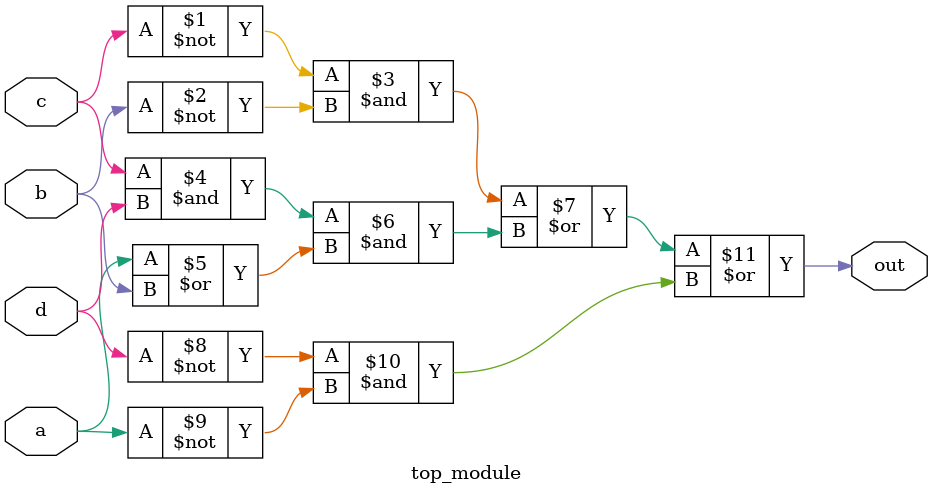
<source format=v>
module top_module(
    input a,
    input b,
    input c,
    input d,
    output out  
); 
	
    assign out= (~c)&(~b) | c&d&(a|b) | (~d)&(~a);
	
endmodule
</source>
